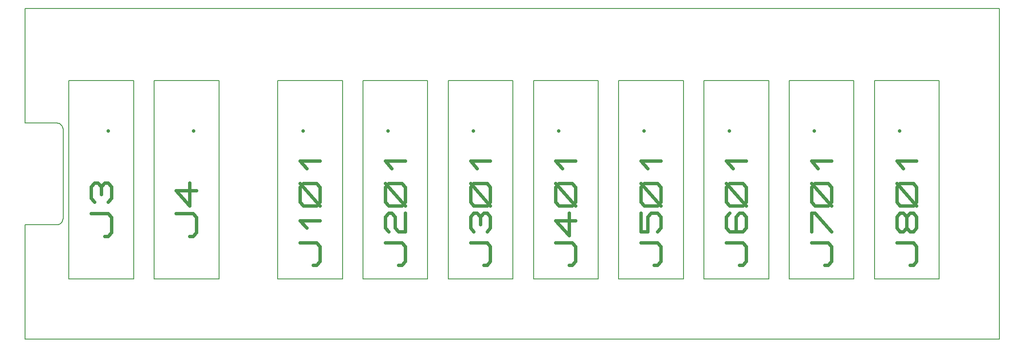
<source format=gbr>
G04 PROTEUS GERBER X2 FILE*
%TF.GenerationSoftware,Labcenter,Proteus,8.12-SP0-Build30713*%
%TF.CreationDate,2021-04-15T12:14:11+00:00*%
%TF.FileFunction,AssemblyDrawing,Top*%
%TF.FilePolarity,Positive*%
%TF.Part,Single*%
%TF.SameCoordinates,{5a193cc5-51b4-4a6d-ad6d-b15ded965af5}*%
%FSLAX26Y26*%
%MOIN*%
G01*
%TA.AperFunction,Material*%
%ADD30C,0.008000*%
%ADD56C,0.028000*%
%ADD57C,0.025975*%
%TA.AperFunction,Profile*%
%ADD71C,0.008000*%
%TA.AperFunction,Material*%
%ADD58C,0.026600*%
%TD.AperFunction*%
D30*
X+4270409Y-925000D02*
X+4778409Y-925000D01*
X+4778409Y+635000D01*
X+4270409Y+635000D01*
X+4270409Y-925000D01*
D56*
X+4468409Y+236000D02*
X+4468409Y+236000D01*
D57*
X+4550384Y-819050D02*
X+4576359Y-819050D01*
X+4602334Y-789828D01*
X+4602334Y-672941D01*
X+4576359Y-643719D01*
X+4446484Y-643719D01*
X+4524409Y-526831D02*
X+4498434Y-556053D01*
X+4472459Y-556053D01*
X+4446484Y-526831D01*
X+4446484Y-439166D01*
X+4472459Y-409944D01*
X+4498434Y-409944D01*
X+4524409Y-439166D01*
X+4524409Y-526831D01*
X+4550384Y-556053D01*
X+4576359Y-556053D01*
X+4602334Y-526831D01*
X+4602334Y-439166D01*
X+4576359Y-409944D01*
X+4550384Y-409944D01*
X+4524409Y-439166D01*
X+4576359Y-351500D02*
X+4472459Y-351500D01*
X+4446484Y-322278D01*
X+4446484Y-205391D01*
X+4472459Y-176169D01*
X+4576359Y-176169D01*
X+4602334Y-205391D01*
X+4602334Y-322278D01*
X+4576359Y-351500D01*
X+4602334Y-351500D02*
X+4446484Y-176169D01*
X+4498434Y-59282D02*
X+4446484Y-839D01*
X+4602334Y-839D01*
D30*
X+3601118Y-925000D02*
X+4109118Y-925000D01*
X+4109118Y+635000D01*
X+3601118Y+635000D01*
X+3601118Y-925000D01*
D56*
X+3799118Y+236000D02*
X+3799118Y+236000D01*
D57*
X+3881093Y-819050D02*
X+3907068Y-819050D01*
X+3933043Y-789828D01*
X+3933043Y-672941D01*
X+3907068Y-643719D01*
X+3777193Y-643719D01*
X+3777193Y-556053D02*
X+3777193Y-409944D01*
X+3803168Y-409944D01*
X+3933043Y-556053D01*
X+3907068Y-351500D02*
X+3803168Y-351500D01*
X+3777193Y-322278D01*
X+3777193Y-205391D01*
X+3803168Y-176169D01*
X+3907068Y-176169D01*
X+3933043Y-205391D01*
X+3933043Y-322278D01*
X+3907068Y-351500D01*
X+3933043Y-351500D02*
X+3777193Y-176169D01*
X+3829143Y-59282D02*
X+3777193Y-839D01*
X+3933043Y-839D01*
D30*
X+2931827Y-925000D02*
X+3439827Y-925000D01*
X+3439827Y+635000D01*
X+2931827Y+635000D01*
X+2931827Y-925000D01*
D56*
X+3129827Y+236000D02*
X+3129827Y+236000D01*
D57*
X+3211802Y-819050D02*
X+3237777Y-819050D01*
X+3263752Y-789828D01*
X+3263752Y-672941D01*
X+3237777Y-643719D01*
X+3107902Y-643719D01*
X+3133877Y-409944D02*
X+3107902Y-439166D01*
X+3107902Y-526831D01*
X+3133877Y-556053D01*
X+3237777Y-556053D01*
X+3263752Y-526831D01*
X+3263752Y-439166D01*
X+3237777Y-409944D01*
X+3211802Y-409944D01*
X+3185827Y-439166D01*
X+3185827Y-556053D01*
X+3237777Y-351500D02*
X+3133877Y-351500D01*
X+3107902Y-322278D01*
X+3107902Y-205391D01*
X+3133877Y-176169D01*
X+3237777Y-176169D01*
X+3263752Y-205391D01*
X+3263752Y-322278D01*
X+3237777Y-351500D01*
X+3263752Y-351500D02*
X+3107902Y-176169D01*
X+3159852Y-59282D02*
X+3107902Y-839D01*
X+3263752Y-839D01*
D30*
X+2262535Y-925000D02*
X+2770535Y-925000D01*
X+2770535Y+635000D01*
X+2262535Y+635000D01*
X+2262535Y-925000D01*
D56*
X+2460535Y+236000D02*
X+2460535Y+236000D01*
D57*
X+2542510Y-819050D02*
X+2568485Y-819050D01*
X+2594460Y-789828D01*
X+2594460Y-672941D01*
X+2568485Y-643719D01*
X+2438610Y-643719D01*
X+2438610Y-409944D02*
X+2438610Y-556053D01*
X+2490560Y-556053D01*
X+2490560Y-439166D01*
X+2516535Y-409944D01*
X+2568485Y-409944D01*
X+2594460Y-439166D01*
X+2594460Y-526831D01*
X+2568485Y-556053D01*
X+2568485Y-351500D02*
X+2464585Y-351500D01*
X+2438610Y-322278D01*
X+2438610Y-205391D01*
X+2464585Y-176169D01*
X+2568485Y-176169D01*
X+2594460Y-205391D01*
X+2594460Y-322278D01*
X+2568485Y-351500D01*
X+2594460Y-351500D02*
X+2438610Y-176169D01*
X+2490560Y-59282D02*
X+2438610Y-839D01*
X+2594460Y-839D01*
D30*
X+1593244Y-925000D02*
X+2101244Y-925000D01*
X+2101244Y+635000D01*
X+1593244Y+635000D01*
X+1593244Y-925000D01*
D56*
X+1791244Y+236000D02*
X+1791244Y+236000D01*
D57*
X+1873219Y-819050D02*
X+1899194Y-819050D01*
X+1925169Y-789828D01*
X+1925169Y-672941D01*
X+1899194Y-643719D01*
X+1769319Y-643719D01*
X+1873219Y-409944D02*
X+1873219Y-585275D01*
X+1769319Y-468388D01*
X+1925169Y-468388D01*
X+1899194Y-351500D02*
X+1795294Y-351500D01*
X+1769319Y-322278D01*
X+1769319Y-205391D01*
X+1795294Y-176169D01*
X+1899194Y-176169D01*
X+1925169Y-205391D01*
X+1925169Y-322278D01*
X+1899194Y-351500D01*
X+1925169Y-351500D02*
X+1769319Y-176169D01*
X+1821269Y-59282D02*
X+1769319Y-839D01*
X+1925169Y-839D01*
D30*
X+923953Y-925000D02*
X+1431953Y-925000D01*
X+1431953Y+635000D01*
X+923953Y+635000D01*
X+923953Y-925000D01*
D56*
X+1121953Y+236000D02*
X+1121953Y+236000D01*
D57*
X+1203928Y-819050D02*
X+1229903Y-819050D01*
X+1255878Y-789828D01*
X+1255878Y-672941D01*
X+1229903Y-643719D01*
X+1100028Y-643719D01*
X+1126003Y-556053D02*
X+1100028Y-526831D01*
X+1100028Y-439166D01*
X+1126003Y-409944D01*
X+1151978Y-409944D01*
X+1177953Y-439166D01*
X+1203928Y-409944D01*
X+1229903Y-409944D01*
X+1255878Y-439166D01*
X+1255878Y-526831D01*
X+1229903Y-556053D01*
X+1177953Y-497610D02*
X+1177953Y-439166D01*
X+1229903Y-351500D02*
X+1126003Y-351500D01*
X+1100028Y-322278D01*
X+1100028Y-205391D01*
X+1126003Y-176169D01*
X+1229903Y-176169D01*
X+1255878Y-205391D01*
X+1255878Y-322278D01*
X+1229903Y-351500D01*
X+1255878Y-351500D02*
X+1100028Y-176169D01*
X+1151978Y-59282D02*
X+1100028Y-839D01*
X+1255878Y-839D01*
D30*
X+254661Y-925000D02*
X+762661Y-925000D01*
X+762661Y+635000D01*
X+254661Y+635000D01*
X+254661Y-925000D01*
D56*
X+452661Y+236000D02*
X+452661Y+236000D01*
D57*
X+534636Y-819050D02*
X+560611Y-819050D01*
X+586586Y-789828D01*
X+586586Y-672941D01*
X+560611Y-643719D01*
X+430736Y-643719D01*
X+456711Y-556053D02*
X+430736Y-526831D01*
X+430736Y-439166D01*
X+456711Y-409944D01*
X+482686Y-409944D01*
X+508661Y-439166D01*
X+508661Y-526831D01*
X+534636Y-556053D01*
X+586586Y-556053D01*
X+586586Y-409944D01*
X+560611Y-351500D02*
X+456711Y-351500D01*
X+430736Y-322278D01*
X+430736Y-205391D01*
X+456711Y-176169D01*
X+560611Y-176169D01*
X+586586Y-205391D01*
X+586586Y-322278D01*
X+560611Y-351500D01*
X+586586Y-351500D02*
X+430736Y-176169D01*
X+482686Y-59282D02*
X+430736Y-839D01*
X+586586Y-839D01*
D30*
X-414630Y-925000D02*
X+93370Y-925000D01*
X+93370Y+635000D01*
X-414630Y+635000D01*
X-414630Y-925000D01*
D56*
X-216630Y+236000D02*
X-216630Y+236000D01*
D57*
X-134655Y-819050D02*
X-108680Y-819050D01*
X-82705Y-789828D01*
X-82705Y-672941D01*
X-108680Y-643719D01*
X-238555Y-643719D01*
X-186605Y-526831D02*
X-238555Y-468388D01*
X-82705Y-468388D01*
X-108680Y-351500D02*
X-212580Y-351500D01*
X-238555Y-322278D01*
X-238555Y-205391D01*
X-212580Y-176169D01*
X-108680Y-176169D01*
X-82705Y-205391D01*
X-82705Y-322278D01*
X-108680Y-351500D01*
X-82705Y-351500D02*
X-238555Y-176169D01*
X-186605Y-59282D02*
X-238555Y-839D01*
X-82705Y-839D01*
D71*
X-2400000Y+300000D02*
X-2400000Y+1199213D01*
X-2400000Y+1200000D02*
X+5250000Y+1200000D01*
X+5250000Y-1400000D01*
X-2400000Y-1400000D01*
X-2400000Y-500000D01*
X-2100197Y+250646D02*
X-2099983Y-450000D01*
X-2400000Y-500000D02*
X-2150000Y-500000D01*
X-2100000Y-450000D02*
X-2100995Y-460223D01*
X-2103857Y-469678D01*
X-2108404Y-478180D01*
X-2114453Y-485547D01*
X-2121820Y-491595D01*
X-2130322Y-496143D01*
X-2139777Y-499005D01*
X-2150000Y-500000D01*
X-2150000Y+300000D02*
X-2139777Y+299005D01*
X-2130322Y+296143D01*
X-2121820Y+291595D01*
X-2114453Y+285547D01*
X-2108404Y+278180D01*
X-2103857Y+269678D01*
X-2100995Y+260223D01*
X-2100000Y+250000D01*
X-2400000Y+300000D02*
X-2150000Y+300000D01*
D30*
X-2054000Y-925000D02*
X-1546000Y-925000D01*
X-1546000Y+635000D01*
X-2054000Y+635000D01*
X-2054000Y-925000D01*
D56*
X-1744000Y+236000D02*
X-1744000Y+236000D01*
D58*
X-1773400Y-590900D02*
X-1746800Y-590900D01*
X-1720200Y-560975D01*
X-1720200Y-441275D01*
X-1746800Y-411350D01*
X-1879800Y-411350D01*
X-1853200Y-321575D02*
X-1879800Y-291650D01*
X-1879800Y-201875D01*
X-1853200Y-171950D01*
X-1826600Y-171950D01*
X-1800000Y-201875D01*
X-1773400Y-171950D01*
X-1746800Y-171950D01*
X-1720200Y-201875D01*
X-1720200Y-291650D01*
X-1746800Y-321575D01*
X-1800000Y-261725D02*
X-1800000Y-201875D01*
D30*
X-1384709Y-925000D02*
X-876709Y-925000D01*
X-876709Y+635000D01*
X-1384709Y+635000D01*
X-1384709Y-925000D01*
D56*
X-1074709Y+236000D02*
X-1074709Y+236000D01*
D58*
X-1104109Y-590900D02*
X-1077509Y-590900D01*
X-1050909Y-560975D01*
X-1050909Y-441275D01*
X-1077509Y-411350D01*
X-1210509Y-411350D01*
X-1104109Y-171950D02*
X-1104109Y-351500D01*
X-1210509Y-231800D01*
X-1050909Y-231800D01*
M02*

</source>
